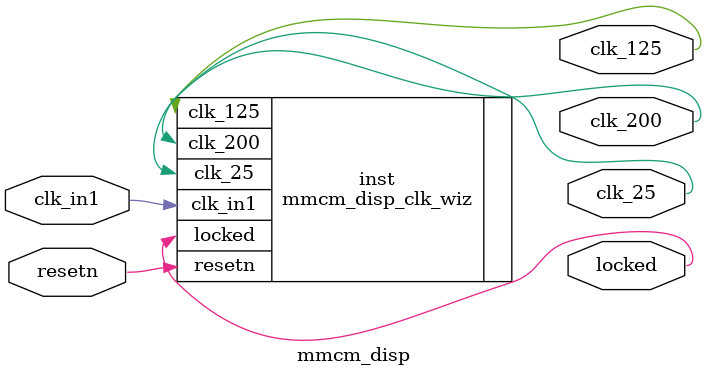
<source format=v>


`timescale 1ps/1ps

(* CORE_GENERATION_INFO = "mmcm_disp,clk_wiz_v6_0_4_0_0,{component_name=mmcm_disp,use_phase_alignment=true,use_min_o_jitter=false,use_max_i_jitter=false,use_dyn_phase_shift=false,use_inclk_switchover=false,use_dyn_reconfig=false,enable_axi=0,feedback_source=FDBK_AUTO,PRIMITIVE=MMCM,num_out_clk=3,clkin1_period=20.000,clkin2_period=10.0,use_power_down=false,use_reset=true,use_locked=true,use_inclk_stopped=false,feedback_type=SINGLE,CLOCK_MGR_TYPE=NA,manual_override=false}" *)

module mmcm_disp 
 (
  // Clock out ports
  output        clk_200,
  output        clk_25,
  output        clk_125,
  // Status and control signals
  input         resetn,
  output        locked,
 // Clock in ports
  input         clk_in1
 );

  mmcm_disp_clk_wiz inst
  (
  // Clock out ports  
  .clk_200(clk_200),
  .clk_25(clk_25),
  .clk_125(clk_125),
  // Status and control signals               
  .resetn(resetn), 
  .locked(locked),
 // Clock in ports
  .clk_in1(clk_in1)
  );

endmodule

</source>
